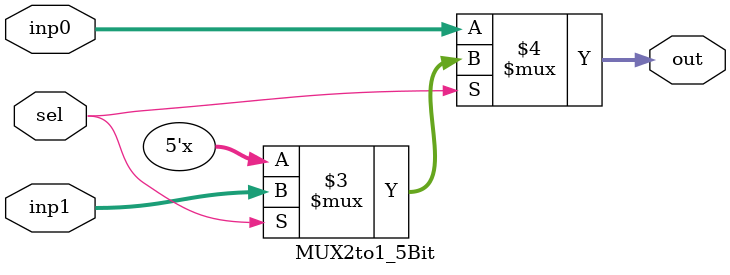
<source format=v>
module MUX2to1(inp0, inp1, sel, out);
	input [7:0] inp0, inp1;
	input sel;
	output [7:0] out;
	assign out = sel == 1'b0 ? inp0 :
		     sel == 1'b1 ? inp1 : 8'bx;
endmodule

module MUX2to1_5Bit(inp0, inp1, sel, out);
	input [4:0] inp0, inp1;
	input sel;
	output [4:0] out;
	assign out = sel == 1'b0 ? inp0 :
		     sel == 1'b1 ? inp1 : 5'bx;
endmodule
</source>
